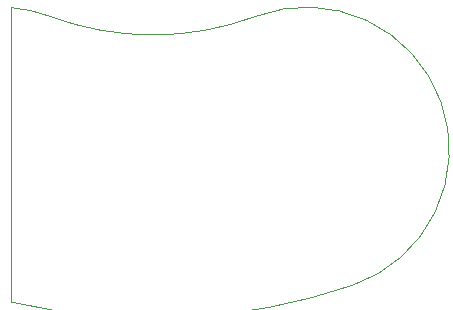
<source format=gbr>
%TF.GenerationSoftware,KiCad,Pcbnew,9.0.3*%
%TF.CreationDate,2025-12-28T20:16:34+01:00*%
%TF.ProjectId,Gleichrichter_Fernlicht,476c6569-6368-4726-9963-687465725f46,rev?*%
%TF.SameCoordinates,Original*%
%TF.FileFunction,Profile,NP*%
%FSLAX46Y46*%
G04 Gerber Fmt 4.6, Leading zero omitted, Abs format (unit mm)*
G04 Created by KiCad (PCBNEW 9.0.3) date 2025-12-28 20:16:34*
%MOMM*%
%LPD*%
G01*
G04 APERTURE LIST*
%TA.AperFunction,Profile*%
%ADD10C,0.100000*%
%TD*%
G04 APERTURE END LIST*
D10*
X153318245Y-97318852D02*
G75*
G02*
X135820947Y-97318852I-8748649J23337218D01*
G01*
X132590405Y-96590537D02*
G75*
G02*
X135820946Y-97318854I-1026005J-12079863D01*
G01*
X132590405Y-121517649D02*
X132590405Y-96590537D01*
X153318245Y-97318851D02*
G75*
G02*
X161484553Y-120096549I4252125J-11328269D01*
G01*
X161484554Y-120096553D02*
G75*
G02*
X132590405Y-121517650I-16916914J49506943D01*
G01*
M02*

</source>
